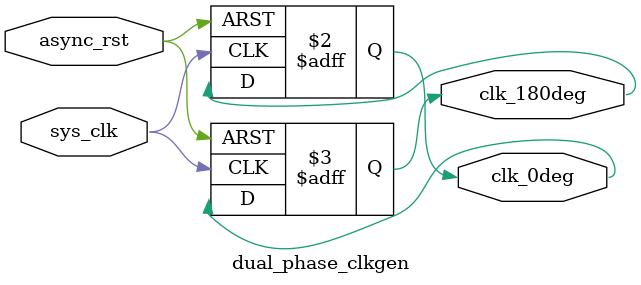
<source format=sv>
module dual_phase_clkgen(
    input sys_clk,
    input async_rst,
    output reg clk_0deg,
    output reg clk_180deg
);
    always @(posedge sys_clk or posedge async_rst) begin
        if (async_rst) begin
            clk_0deg <= 1'b0;
            clk_180deg <= 1'b1;
        end else begin
            clk_0deg <= clk_180deg;
            clk_180deg <= clk_0deg;
        end
    end
endmodule
</source>
